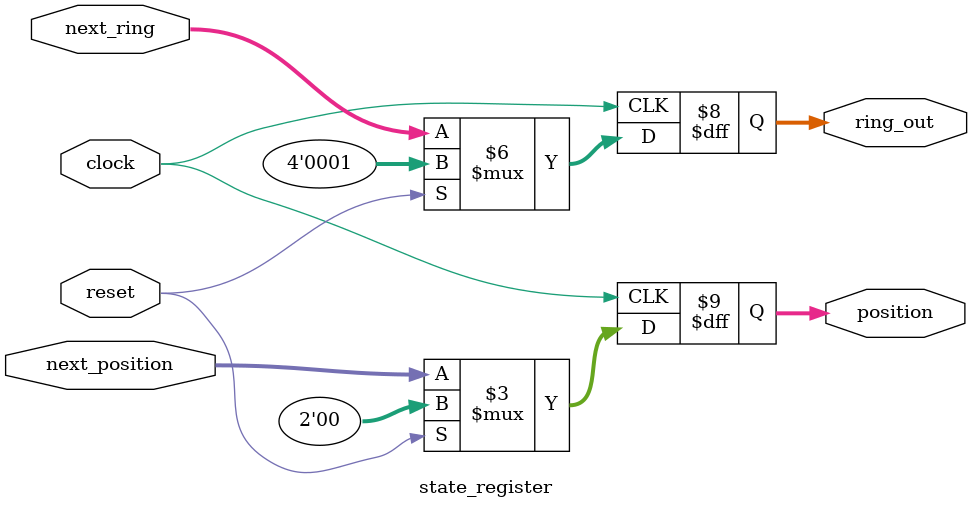
<source format=sv>
module counting_ring_counter(
    input  wire        clock,
    input  wire        reset,
    output wire [3:0]  ring_out,
    output wire [1:0]  position
);
    // 内部连接信号
    wire [3:0] next_ring_value;
    wire [1:0] next_position_value;
    
    // 实例化子模块
    ring_shift_logic u_ring_shift(
        .current_ring  (ring_out),
        .next_ring     (next_ring_value)
    );
    
    position_counter u_position_counter(
        .current_pos   (position),
        .next_pos      (next_position_value)
    );
    
    state_register u_state_register(
        .clock         (clock),
        .reset         (reset),
        .next_ring     (next_ring_value),
        .next_position (next_position_value),
        .ring_out      (ring_out),
        .position      (position)
    );
endmodule

// 环形移位逻辑子模块
module ring_shift_logic(
    input  wire [3:0] current_ring,
    output wire [3:0] next_ring
);
    // 实现环形移位操作
    assign next_ring = {current_ring[2:0], current_ring[3]};
endmodule

// 位置计数器子模块
module position_counter(
    input  wire [1:0] current_pos,
    output wire [1:0] next_pos
);
    // 位置更新逻辑
    assign next_pos = current_pos + 1'b1; // 自动环绕 (2'b11 + 1 = 2'b00)
endmodule

// 状态寄存器子模块
module state_register(
    input  wire        clock,
    input  wire        reset,
    input  wire [3:0]  next_ring,
    input  wire [1:0]  next_position,
    output reg  [3:0]  ring_out,
    output reg  [1:0]  position
);
    // 状态更新逻辑
    always @(posedge clock) begin
        if (reset) begin
            ring_out <= 4'b0001;
            position <= 2'b00;
        end
        else begin
            ring_out <= next_ring;
            position <= next_position;
        end
    end
endmodule
</source>
